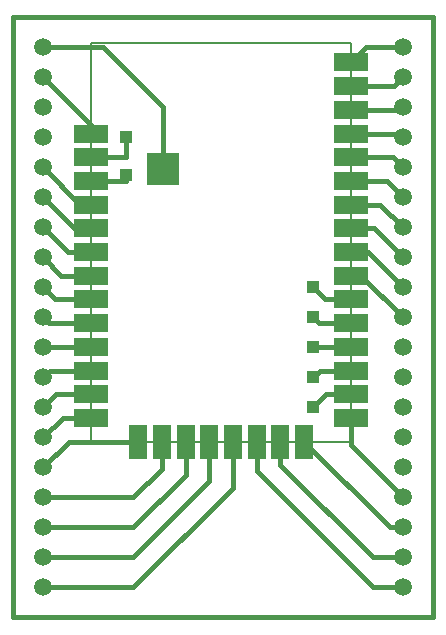
<source format=gtl>
G75*
%MOIN*%
%OFA0B0*%
%FSLAX25Y25*%
%IPPOS*%
%LPD*%
%AMOC8*
5,1,8,0,0,1.08239X$1,22.5*
%
%ADD10C,0.01600*%
%ADD11R,0.11200X0.06000*%
%ADD12C,0.00500*%
%ADD13R,0.06000X0.11200*%
%ADD14R,0.11000X0.11000*%
%ADD15C,0.05937*%
%ADD16R,0.03962X0.03962*%
D10*
X0001800Y0001800D02*
X0001800Y0201800D01*
X0141800Y0201800D01*
X0141800Y0001800D01*
X0001800Y0001800D01*
X0011800Y0011800D02*
X0041800Y0011800D01*
X0075100Y0045100D01*
X0075100Y0060400D01*
X0083000Y0060400D02*
X0083000Y0050600D01*
X0121800Y0011800D01*
X0131800Y0011800D01*
X0131800Y0021800D02*
X0121800Y0021800D01*
X0090900Y0052700D01*
X0090900Y0060400D01*
X0098800Y0060400D02*
X0127400Y0031800D01*
X0131800Y0031800D01*
X0131800Y0041800D02*
X0114300Y0059300D01*
X0114300Y0068300D01*
X0114300Y0076200D02*
X0106200Y0076200D01*
X0101800Y0071800D01*
X0101800Y0081800D02*
X0104100Y0084100D01*
X0114300Y0084100D01*
X0114300Y0092000D02*
X0102000Y0092000D01*
X0101800Y0091800D01*
X0103700Y0099900D02*
X0114300Y0099900D01*
X0114300Y0107800D02*
X0105800Y0107800D01*
X0101800Y0111800D01*
X0101800Y0101800D02*
X0103700Y0099900D01*
X0114300Y0115700D02*
X0117900Y0115700D01*
X0131800Y0101800D01*
X0131800Y0111800D02*
X0120000Y0123600D01*
X0114300Y0123600D01*
X0114300Y0131500D02*
X0122100Y0131500D01*
X0131800Y0121800D01*
X0131800Y0131800D02*
X0124200Y0139400D01*
X0114300Y0139400D01*
X0114300Y0147300D02*
X0126300Y0147300D01*
X0131800Y0141800D01*
X0131800Y0151800D02*
X0128400Y0155200D01*
X0114300Y0155200D01*
X0114300Y0163100D02*
X0130500Y0163100D01*
X0131800Y0161800D01*
X0131000Y0171000D02*
X0114300Y0171000D01*
X0114300Y0178900D02*
X0128900Y0178900D01*
X0131800Y0181800D01*
X0131800Y0171800D02*
X0131000Y0171000D01*
X0131800Y0191800D02*
X0119300Y0191800D01*
X0114300Y0186800D01*
X0051700Y0171900D02*
X0051700Y0151400D01*
X0039300Y0149300D02*
X0039300Y0147300D01*
X0027700Y0147300D01*
X0027700Y0139400D02*
X0024200Y0139400D01*
X0011800Y0151800D01*
X0011800Y0141800D02*
X0022100Y0131500D01*
X0027700Y0131500D01*
X0027700Y0123600D02*
X0020000Y0123600D01*
X0011800Y0131800D01*
X0011800Y0121800D02*
X0017900Y0115700D01*
X0027700Y0115700D01*
X0027700Y0107800D02*
X0015800Y0107800D01*
X0011800Y0111800D01*
X0011800Y0101800D02*
X0013700Y0099900D01*
X0027700Y0099900D01*
X0027700Y0092000D02*
X0012000Y0092000D01*
X0011800Y0091800D01*
X0014100Y0084100D02*
X0027700Y0084100D01*
X0027700Y0076200D02*
X0016200Y0076200D01*
X0011800Y0071800D01*
X0018300Y0068300D02*
X0027700Y0068300D01*
X0020400Y0060400D02*
X0043500Y0060400D01*
X0051400Y0060400D02*
X0051400Y0051400D01*
X0041800Y0041800D01*
X0011800Y0041800D01*
X0011800Y0031800D02*
X0041800Y0031800D01*
X0059300Y0049300D01*
X0059300Y0060400D01*
X0067200Y0060400D02*
X0067200Y0047200D01*
X0041800Y0021800D01*
X0011800Y0021800D01*
X0011800Y0051800D02*
X0020400Y0060400D01*
X0018300Y0068300D02*
X0011800Y0061800D01*
X0011800Y0081800D02*
X0014100Y0084100D01*
X0027700Y0155200D02*
X0039300Y0155200D01*
X0039300Y0161800D01*
X0027700Y0163100D02*
X0027700Y0165900D01*
X0011800Y0181800D01*
X0011800Y0191800D02*
X0031800Y0191800D01*
X0051700Y0171900D01*
D11*
X0027700Y0163100D03*
X0027700Y0155200D03*
X0027700Y0147300D03*
X0027700Y0139400D03*
X0027700Y0131500D03*
X0027700Y0123600D03*
X0027700Y0115700D03*
X0027700Y0107800D03*
X0027700Y0099900D03*
X0027700Y0092000D03*
X0027700Y0084100D03*
X0027700Y0076200D03*
X0027700Y0068300D03*
X0114300Y0068300D03*
X0114300Y0076200D03*
X0114300Y0084100D03*
X0114300Y0092000D03*
X0114300Y0099900D03*
X0114300Y0107800D03*
X0114300Y0115700D03*
X0114300Y0123600D03*
X0114300Y0131500D03*
X0114300Y0139400D03*
X0114300Y0147300D03*
X0114300Y0155200D03*
X0114300Y0163100D03*
X0114300Y0171000D03*
X0114300Y0178900D03*
X0114300Y0186800D03*
D12*
X0114300Y0193400D02*
X0027700Y0193400D01*
X0027700Y0060400D01*
X0114300Y0060400D01*
X0114300Y0193400D01*
D13*
X0098800Y0060400D03*
X0090900Y0060400D03*
X0083000Y0060400D03*
X0075100Y0060400D03*
X0067200Y0060400D03*
X0059300Y0060400D03*
X0051400Y0060400D03*
X0043500Y0060400D03*
D14*
X0051700Y0151400D03*
D15*
X0011800Y0151800D03*
X0011800Y0141800D03*
X0011800Y0131800D03*
X0011800Y0121800D03*
X0011800Y0111800D03*
X0011800Y0101800D03*
X0011800Y0091800D03*
X0011800Y0081800D03*
X0011800Y0071800D03*
X0011800Y0061800D03*
X0011800Y0051800D03*
X0011800Y0041800D03*
X0011800Y0031800D03*
X0011800Y0021800D03*
X0011800Y0011800D03*
X0011800Y0161800D03*
X0011800Y0171800D03*
X0011800Y0181800D03*
X0011800Y0191800D03*
X0131800Y0191800D03*
X0131800Y0181800D03*
X0131800Y0171800D03*
X0131800Y0161800D03*
X0131800Y0151800D03*
X0131800Y0141800D03*
X0131800Y0131800D03*
X0131800Y0121800D03*
X0131800Y0111800D03*
X0131800Y0101800D03*
X0131800Y0091800D03*
X0131800Y0081800D03*
X0131800Y0071800D03*
X0131800Y0061800D03*
X0131800Y0051800D03*
X0131800Y0041800D03*
X0131800Y0031800D03*
X0131800Y0021800D03*
X0131800Y0011800D03*
D16*
X0101800Y0071800D03*
X0101800Y0081800D03*
X0101800Y0091800D03*
X0101800Y0101800D03*
X0101800Y0111800D03*
X0039300Y0149300D03*
X0039300Y0161800D03*
M02*

</source>
